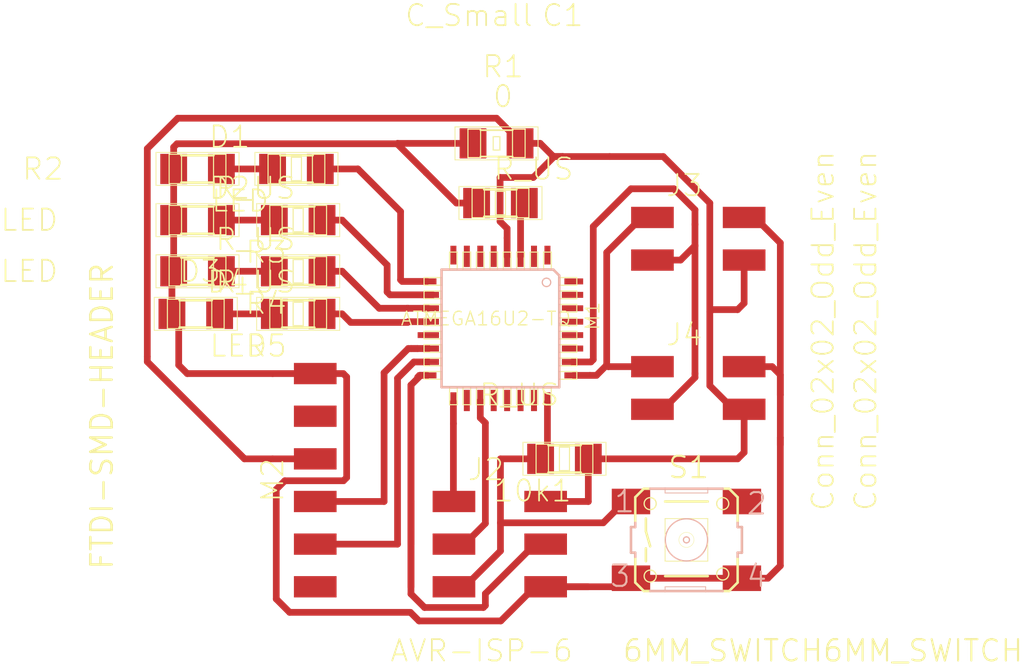
<source format=kicad_pcb>
(kicad_pcb (version 20171130) (host pcbnew 5.0.1)

  (general
    (thickness 1.6)
    (drawings 0)
    (tracks 183)
    (zones 0)
    (modules 17)
    (nets 39)
  )

  (page A4)
  (layers
    (0 F.Cu signal)
    (31 B.Cu signal)
    (32 B.Adhes user)
    (33 F.Adhes user)
    (34 B.Paste user)
    (35 F.Paste user)
    (36 B.SilkS user)
    (37 F.SilkS user)
    (38 B.Mask user)
    (39 F.Mask user)
    (40 Dwgs.User user)
    (41 Cmts.User user)
    (42 Eco1.User user)
    (43 Eco2.User user)
    (44 Edge.Cuts user)
    (45 Margin user)
    (46 B.CrtYd user)
    (47 F.CrtYd user)
    (48 B.Fab user)
    (49 F.Fab user)
  )

  (setup
    (last_trace_width 0.4)
    (trace_clearance 0.4)
    (zone_clearance 0.508)
    (zone_45_only no)
    (trace_min 0.4)
    (segment_width 0.2)
    (edge_width 0.15)
    (via_size 0.8)
    (via_drill 0.4)
    (via_min_size 0.4)
    (via_min_drill 0.3)
    (uvia_size 0.3)
    (uvia_drill 0.1)
    (uvias_allowed no)
    (uvia_min_size 0.2)
    (uvia_min_drill 0.1)
    (pcb_text_width 0.3)
    (pcb_text_size 1.5 1.5)
    (mod_edge_width 0.15)
    (mod_text_size 1 1)
    (mod_text_width 0.15)
    (pad_size 1.524 1.524)
    (pad_drill 0.762)
    (pad_to_mask_clearance 0.051)
    (solder_mask_min_width 0.25)
    (aux_axis_origin 0 0)
    (visible_elements FFFFFF7F)
    (pcbplotparams
      (layerselection 0x010fc_ffffffff)
      (usegerberextensions false)
      (usegerberattributes false)
      (usegerberadvancedattributes false)
      (creategerberjobfile false)
      (excludeedgelayer true)
      (linewidth 0.100000)
      (plotframeref false)
      (viasonmask false)
      (mode 1)
      (useauxorigin false)
      (hpglpennumber 1)
      (hpglpenspeed 20)
      (hpglpendiameter 15.000000)
      (psnegative false)
      (psa4output false)
      (plotreference true)
      (plotvalue true)
      (plotinvisibletext false)
      (padsonsilk false)
      (subtractmaskfromsilk false)
      (outputformat 1)
      (mirror false)
      (drillshape 1)
      (scaleselection 1)
      (outputdirectory ""))
  )

  (net 0 "")
  (net 1 +5V)
  (net 2 /RESET)
  (net 3 Earth)
  (net 4 /MISO)
  (net 5 /SCK)
  (net 6 /MOSI)
  (net 7 /SCL)
  (net 8 /SDA)
  (net 9 "Net-(M1-Pad1)")
  (net 10 "Net-(M1-Pad2)")
  (net 11 "Net-(M1-Pad5)")
  (net 12 "Net-(M1-Pad6)")
  (net 13 "Net-(M1-Pad7)")
  (net 14 "Net-(M1-Pad8)")
  (net 15 "Net-(M1-Pad13)")
  (net 16 "Net-(M1-Pad18)")
  (net 17 "Net-(M1-Pad20)")
  (net 18 "Net-(M1-Pad21)")
  (net 19 "Net-(M1-Pad22)")
  (net 20 "Net-(M1-Pad23)")
  (net 21 "Net-(M1-Pad27)")
  (net 22 "Net-(M1-Pad28)")
  (net 23 "Net-(M1-Pad29)")
  (net 24 "Net-(M1-Pad30)")
  (net 25 "Net-(M1-Pad31)")
  (net 26 "Net-(M1-Pad32)")
  (net 27 "Net-(M2-Pad2)")
  (net 28 /TX)
  (net 29 /RX)
  (net 30 "Net-(M2-Pad6)")
  (net 31 /LED1)
  (net 32 /LED2)
  (net 33 /LED3)
  (net 34 /LED4)
  (net 35 "Net-(D1-Pad2)")
  (net 36 "Net-(D2-Pad2)")
  (net 37 "Net-(D3-Pad2)")
  (net 38 "Net-(D4-Pad2)")

  (net_class Default "This is the default net class."
    (clearance 0.4)
    (trace_width 0.4)
    (via_dia 0.8)
    (via_drill 0.4)
    (uvia_dia 0.3)
    (uvia_drill 0.1)
    (add_net +5V)
    (add_net /LED1)
    (add_net /LED2)
    (add_net /LED3)
    (add_net /LED4)
    (add_net /MISO)
    (add_net /MOSI)
    (add_net /RESET)
    (add_net /RX)
    (add_net /SCK)
    (add_net /SCL)
    (add_net /SDA)
    (add_net /TX)
    (add_net Earth)
    (add_net "Net-(D1-Pad2)")
    (add_net "Net-(D2-Pad2)")
    (add_net "Net-(D3-Pad2)")
    (add_net "Net-(D4-Pad2)")
    (add_net "Net-(M1-Pad1)")
    (add_net "Net-(M1-Pad13)")
    (add_net "Net-(M1-Pad18)")
    (add_net "Net-(M1-Pad2)")
    (add_net "Net-(M1-Pad20)")
    (add_net "Net-(M1-Pad21)")
    (add_net "Net-(M1-Pad22)")
    (add_net "Net-(M1-Pad23)")
    (add_net "Net-(M1-Pad27)")
    (add_net "Net-(M1-Pad28)")
    (add_net "Net-(M1-Pad29)")
    (add_net "Net-(M1-Pad30)")
    (add_net "Net-(M1-Pad31)")
    (add_net "Net-(M1-Pad32)")
    (add_net "Net-(M1-Pad5)")
    (add_net "Net-(M1-Pad6)")
    (add_net "Net-(M1-Pad7)")
    (add_net "Net-(M1-Pad8)")
    (add_net "Net-(M2-Pad2)")
    (add_net "Net-(M2-Pad6)")
  )

  (module fab:fab-R1206 (layer F.Cu) (tedit 200000) (tstamp 5C1177F5)
    (at 213.21014 124.46)
    (descr RESISTOR)
    (tags RESISTOR)
    (path /5C06155A)
    (attr smd)
    (fp_text reference R1 (at 0.14986 -8.128) (layer F.SilkS)
      (effects (font (size 1.27 1.27) (thickness 0.1016)))
    )
    (fp_text value 0 (at 0.14986 -6.35) (layer F.SilkS)
      (effects (font (size 1.27 1.27) (thickness 0.1016)))
    )
    (fp_line (start -1.6891 0.8763) (end -0.9525 0.8763) (layer F.SilkS) (width 0.06604))
    (fp_line (start -0.9525 0.8763) (end -0.9525 -0.8763) (layer F.SilkS) (width 0.06604))
    (fp_line (start -1.6891 -0.8763) (end -0.9525 -0.8763) (layer F.SilkS) (width 0.06604))
    (fp_line (start -1.6891 0.8763) (end -1.6891 -0.8763) (layer F.SilkS) (width 0.06604))
    (fp_line (start 0.9525 0.8763) (end 1.6891 0.8763) (layer F.SilkS) (width 0.06604))
    (fp_line (start 1.6891 0.8763) (end 1.6891 -0.8763) (layer F.SilkS) (width 0.06604))
    (fp_line (start 0.9525 -0.8763) (end 1.6891 -0.8763) (layer F.SilkS) (width 0.06604))
    (fp_line (start 0.9525 0.8763) (end 0.9525 -0.8763) (layer F.SilkS) (width 0.06604))
    (fp_line (start -0.29972 0.6985) (end 0.29972 0.6985) (layer F.SilkS) (width 0.06604))
    (fp_line (start 0.29972 0.6985) (end 0.29972 -0.6985) (layer F.SilkS) (width 0.06604))
    (fp_line (start -0.29972 -0.6985) (end 0.29972 -0.6985) (layer F.SilkS) (width 0.06604))
    (fp_line (start -0.29972 0.6985) (end -0.29972 -0.6985) (layer F.SilkS) (width 0.06604))
    (fp_line (start 0.9525 0.8128) (end -0.9652 0.8128) (layer F.SilkS) (width 0.1524))
    (fp_line (start 0.9525 -0.8128) (end -0.9652 -0.8128) (layer F.SilkS) (width 0.1524))
    (fp_line (start -2.47142 -0.98298) (end 2.47142 -0.98298) (layer F.SilkS) (width 0.0508))
    (fp_line (start 2.47142 -0.98298) (end 2.47142 0.98298) (layer F.SilkS) (width 0.0508))
    (fp_line (start 2.47142 0.98298) (end -2.47142 0.98298) (layer F.SilkS) (width 0.0508))
    (fp_line (start -2.47142 0.98298) (end -2.47142 -0.98298) (layer F.SilkS) (width 0.0508))
    (pad 1 smd rect (at -1.41986 0) (size 1.59766 1.80086) (layers F.Cu F.Paste F.Mask)
      (net 3 Earth))
    (pad 2 smd rect (at 1.41986 0) (size 1.59766 1.80086) (layers F.Cu F.Paste F.Mask)
      (net 3 Earth))
  )

  (module fab:fab-2X02SMD (layer F.Cu) (tedit 200000) (tstamp 5C113C5E)
    (at 224.79789 135.477023)
    (path /5C051493)
    (attr smd)
    (fp_text reference J4 (at -0.635 -3.175) (layer F.SilkS)
      (effects (font (size 1.27 1.27) (thickness 0.1016)))
    )
    (fp_text value Conn_02x02_Odd_Even (at 7.61211 -3.397023 270) (layer F.SilkS)
      (effects (font (size 1.27 1.27) (thickness 0.1016)))
    )
    (pad 4 smd rect (at 2.91846 1.27) (size 2.54 1.27) (layers F.Cu F.Paste F.Mask)
      (net 1 +5V))
    (pad 3 smd rect (at -2.54 1.27) (size 2.54 1.27) (layers F.Cu F.Paste F.Mask)
      (net 8 /SDA))
    (pad 2 smd rect (at 2.91846 -1.27) (size 2.54 1.27) (layers F.Cu F.Paste F.Mask)
      (net 3 Earth))
    (pad 1 smd rect (at -2.54 -1.27) (size 2.54 1.27) (layers F.Cu F.Paste F.Mask)
      (net 7 /SCL))
  )

  (module fab:fab-6MM_SWITCH (layer F.Cu) (tedit 5C04FA43) (tstamp 5C113F72)
    (at 224.282 144.526)
    (descr "OMRON SWITCH")
    (tags "OMRON SWITCH")
    (path /5C04E9F8)
    (attr smd)
    (fp_text reference S1 (at 0.127 -4.318) (layer F.SilkS)
      (effects (font (size 1.27 1.27) (thickness 0.127)))
    )
    (fp_text value 6MM_SWITCH6MM_SWITCH (at 8.128 6.604) (layer F.SilkS)
      (effects (font (size 1.27 1.27) (thickness 0.127)))
    )
    (fp_line (start 3.302 0.762) (end 3.048 0.762) (layer B.SilkS) (width 0.1524))
    (fp_line (start 3.302 0.762) (end 3.302 -0.762) (layer B.SilkS) (width 0.1524))
    (fp_line (start 3.048 -0.762) (end 3.302 -0.762) (layer B.SilkS) (width 0.1524))
    (fp_line (start 3.048 -1.016) (end 3.048 -2.54) (layer F.SilkS) (width 0.1524))
    (fp_line (start -3.302 -0.762) (end -3.048 -0.762) (layer B.SilkS) (width 0.1524))
    (fp_line (start -3.302 -0.762) (end -3.302 0.762) (layer B.SilkS) (width 0.1524))
    (fp_line (start -3.048 0.762) (end -3.302 0.762) (layer B.SilkS) (width 0.1524))
    (fp_line (start 3.048 -2.54) (end 2.54 -3.048) (layer F.SilkS) (width 0.1524))
    (fp_line (start 2.54 3.048) (end 3.048 2.54) (layer F.SilkS) (width 0.1524))
    (fp_line (start 3.048 2.54) (end 3.048 1.016) (layer F.SilkS) (width 0.1524))
    (fp_line (start -2.54 -3.048) (end -3.048 -2.54) (layer F.SilkS) (width 0.1524))
    (fp_line (start -3.048 -2.54) (end -3.048 -1.016) (layer F.SilkS) (width 0.1524))
    (fp_line (start -2.54 3.048) (end -3.048 2.54) (layer F.SilkS) (width 0.1524))
    (fp_line (start -3.048 2.54) (end -3.048 1.016) (layer F.SilkS) (width 0.1524))
    (fp_line (start -1.27 -1.27) (end -1.27 1.27) (layer F.SilkS) (width 0.0508))
    (fp_line (start 1.27 1.27) (end -1.27 1.27) (layer F.SilkS) (width 0.0508))
    (fp_line (start 1.27 1.27) (end 1.27 -1.27) (layer F.SilkS) (width 0.0508))
    (fp_line (start -1.27 -1.27) (end 1.27 -1.27) (layer F.SilkS) (width 0.0508))
    (fp_line (start -1.27 -3.048) (end -1.27 -2.794) (layer B.SilkS) (width 0.0508))
    (fp_line (start 1.27 -2.794) (end -1.27 -2.794) (layer B.SilkS) (width 0.0508))
    (fp_line (start 1.27 -2.794) (end 1.27 -3.048) (layer B.SilkS) (width 0.0508))
    (fp_line (start 1.143 2.794) (end -1.27 2.794) (layer B.SilkS) (width 0.0508))
    (fp_line (start 1.143 2.794) (end 1.143 3.048) (layer B.SilkS) (width 0.0508))
    (fp_line (start -1.27 2.794) (end -1.27 3.048) (layer B.SilkS) (width 0.0508))
    (fp_line (start 2.54 3.048) (end 2.159 3.048) (layer F.SilkS) (width 0.1524))
    (fp_line (start -2.54 3.048) (end -2.159 3.048) (layer F.SilkS) (width 0.1524))
    (fp_line (start -2.159 3.048) (end -1.27 3.048) (layer B.SilkS) (width 0.1524))
    (fp_line (start -2.54 -3.048) (end -2.159 -3.048) (layer F.SilkS) (width 0.1524))
    (fp_line (start 2.54 -3.048) (end 2.159 -3.048) (layer F.SilkS) (width 0.1524))
    (fp_line (start 2.159 -3.048) (end 1.27 -3.048) (layer B.SilkS) (width 0.1524))
    (fp_line (start 1.27 -3.048) (end -1.27 -3.048) (layer B.SilkS) (width 0.1524))
    (fp_line (start -1.27 -3.048) (end -2.159 -3.048) (layer B.SilkS) (width 0.1524))
    (fp_line (start -1.27 3.048) (end 1.143 3.048) (layer B.SilkS) (width 0.1524))
    (fp_line (start 1.143 3.048) (end 2.159 3.048) (layer B.SilkS) (width 0.1524))
    (fp_line (start 3.048 0.762) (end 3.048 1.016) (layer B.SilkS) (width 0.1524))
    (fp_line (start 3.048 -0.762) (end 3.048 -1.016) (layer B.SilkS) (width 0.1524))
    (fp_line (start -3.048 0.762) (end -3.048 1.016) (layer B.SilkS) (width 0.1524))
    (fp_line (start -3.048 -0.762) (end -3.048 -1.016) (layer B.SilkS) (width 0.1524))
    (fp_line (start -1.27 2.159) (end 1.27 2.159) (layer F.SilkS) (width 0.1524))
    (fp_line (start 1.27 -2.286) (end -1.27 -2.286) (layer F.SilkS) (width 0.1524))
    (fp_line (start -2.413 -1.27) (end -2.413 -0.508) (layer F.SilkS) (width 0.1524))
    (fp_line (start -2.413 0.508) (end -2.413 1.27) (layer F.SilkS) (width 0.1524))
    (fp_line (start -2.413 -0.508) (end -2.159 0.381) (layer F.SilkS) (width 0.1524))
    (fp_circle (center 0 0) (end -0.889 0.889) (layer B.SilkS) (width 0.0762))
    (fp_circle (center -2.159 2.159) (end -2.413 2.413) (layer F.SilkS) (width 0.0762))
    (fp_circle (center 2.159 2.032) (end 2.413 2.286) (layer F.SilkS) (width 0.0762))
    (fp_circle (center 2.159 -2.159) (end 2.413 -2.413) (layer F.SilkS) (width 0.0762))
    (fp_circle (center -2.159 -2.159) (end -2.413 -2.413) (layer F.SilkS) (width 0.0762))
    (fp_circle (center 0 0) (end -0.3175 0.3175) (layer F.SilkS) (width 0.0254))
    (fp_circle (center 0 0) (end -0.127 0.127) (layer B.SilkS) (width 0.0762))
    (fp_text user 1 (at -3.683 -2.286) (layer B.SilkS)
      (effects (font (size 1.27 1.27) (thickness 0.127)))
    )
    (fp_text user 2 (at 4.191 -2.159) (layer B.SilkS)
      (effects (font (size 1.27 1.27) (thickness 0.127)))
    )
    (fp_text user 3 (at -3.937 2.159) (layer B.SilkS)
      (effects (font (size 1.27 1.27) (thickness 0.127)))
    )
    (fp_text user 4 (at 4.191 2.159) (layer B.SilkS)
      (effects (font (size 1.27 1.27) (thickness 0.127)))
    )
    (pad 1 smd rect (at -3.302 -2.286) (size 2.286 1.524) (layers F.Cu F.Paste F.Mask)
      (net 2 /RESET))
    (pad 2 smd rect (at 3.302 -2.286) (size 2.286 1.524) (layers F.Cu F.Paste F.Mask)
      (net 2 /RESET))
    (pad 3 smd rect (at -3.302 2.286) (size 2.286 1.524) (layers F.Cu F.Paste F.Mask)
      (net 3 Earth))
    (pad 4 smd rect (at 3.302 2.286) (size 2.286 1.524) (layers F.Cu F.Paste F.Mask)
      (net 3 Earth))
  )

  (module fab:fab-R1206 (layer F.Cu) (tedit 200000) (tstamp 5C113C2C)
    (at 217.02014 139.7 180)
    (descr RESISTOR)
    (tags RESISTOR)
    (path /5C04E8BB)
    (attr smd)
    (fp_text reference 10k1 (at 1.905 -1.905 180) (layer F.SilkS)
      (effects (font (size 1.27 1.27) (thickness 0.1016)))
    )
    (fp_text value R_US (at 2.68986 3.81 180) (layer F.SilkS)
      (effects (font (size 1.27 1.27) (thickness 0.1016)))
    )
    (fp_line (start -1.6891 0.8763) (end -0.9525 0.8763) (layer F.SilkS) (width 0.06604))
    (fp_line (start -0.9525 0.8763) (end -0.9525 -0.8763) (layer F.SilkS) (width 0.06604))
    (fp_line (start -1.6891 -0.8763) (end -0.9525 -0.8763) (layer F.SilkS) (width 0.06604))
    (fp_line (start -1.6891 0.8763) (end -1.6891 -0.8763) (layer F.SilkS) (width 0.06604))
    (fp_line (start 0.9525 0.8763) (end 1.6891 0.8763) (layer F.SilkS) (width 0.06604))
    (fp_line (start 1.6891 0.8763) (end 1.6891 -0.8763) (layer F.SilkS) (width 0.06604))
    (fp_line (start 0.9525 -0.8763) (end 1.6891 -0.8763) (layer F.SilkS) (width 0.06604))
    (fp_line (start 0.9525 0.8763) (end 0.9525 -0.8763) (layer F.SilkS) (width 0.06604))
    (fp_line (start -0.29972 0.6985) (end 0.29972 0.6985) (layer F.SilkS) (width 0.06604))
    (fp_line (start 0.29972 0.6985) (end 0.29972 -0.6985) (layer F.SilkS) (width 0.06604))
    (fp_line (start -0.29972 -0.6985) (end 0.29972 -0.6985) (layer F.SilkS) (width 0.06604))
    (fp_line (start -0.29972 0.6985) (end -0.29972 -0.6985) (layer F.SilkS) (width 0.06604))
    (fp_line (start 0.9525 0.8128) (end -0.9652 0.8128) (layer F.SilkS) (width 0.1524))
    (fp_line (start 0.9525 -0.8128) (end -0.9652 -0.8128) (layer F.SilkS) (width 0.1524))
    (fp_line (start -2.47142 -0.98298) (end 2.47142 -0.98298) (layer F.SilkS) (width 0.0508))
    (fp_line (start 2.47142 -0.98298) (end 2.47142 0.98298) (layer F.SilkS) (width 0.0508))
    (fp_line (start 2.47142 0.98298) (end -2.47142 0.98298) (layer F.SilkS) (width 0.0508))
    (fp_line (start -2.47142 0.98298) (end -2.47142 -0.98298) (layer F.SilkS) (width 0.0508))
    (pad 1 smd rect (at -1.41986 0 180) (size 1.59766 1.80086) (layers F.Cu F.Paste F.Mask)
      (net 1 +5V))
    (pad 2 smd rect (at 1.41986 0 180) (size 1.59766 1.80086) (layers F.Cu F.Paste F.Mask)
      (net 2 /RESET))
  )

  (module fab:fab-C1206 (layer F.Cu) (tedit 5C056D76) (tstamp 5C113C44)
    (at 212.97646 120.904 180)
    (descr CAPACITOR)
    (tags CAPACITOR)
    (path /5C04F622)
    (attr smd)
    (fp_text reference C1 (at -3.93954 7.62 180) (layer F.SilkS)
      (effects (font (size 1.27 1.27) (thickness 0.1016)))
    )
    (fp_text value C_Small (at 1.64846 7.62 180) (layer F.SilkS)
      (effects (font (size 1.27 1.27) (thickness 0.1016)))
    )
    (fp_line (start -0.96266 0.78486) (end 0.96266 0.78486) (layer F.SilkS) (width 0.1016))
    (fp_line (start -0.96266 -0.78486) (end 0.96266 -0.78486) (layer F.SilkS) (width 0.1016))
    (fp_line (start 2.47142 -0.98298) (end 2.47142 0.98298) (layer F.SilkS) (width 0.0508))
    (fp_line (start -2.47142 0.98298) (end -2.47142 -0.98298) (layer F.SilkS) (width 0.0508))
    (fp_line (start 2.47142 0.98298) (end -2.47142 0.98298) (layer F.SilkS) (width 0.0508))
    (fp_line (start -2.47142 -0.98298) (end 2.47142 -0.98298) (layer F.SilkS) (width 0.0508))
    (fp_line (start -0.19812 0.39878) (end -0.19812 -0.39878) (layer F.SilkS) (width 0.06604))
    (fp_line (start -0.19812 -0.39878) (end 0.19812 -0.39878) (layer F.SilkS) (width 0.06604))
    (fp_line (start 0.19812 0.39878) (end 0.19812 -0.39878) (layer F.SilkS) (width 0.06604))
    (fp_line (start -0.19812 0.39878) (end 0.19812 0.39878) (layer F.SilkS) (width 0.06604))
    (fp_line (start 0.94996 0.84836) (end 0.94996 -0.8509) (layer F.SilkS) (width 0.06604))
    (fp_line (start 0.94996 -0.8509) (end 1.7018 -0.8509) (layer F.SilkS) (width 0.06604))
    (fp_line (start 1.7018 0.84836) (end 1.7018 -0.8509) (layer F.SilkS) (width 0.06604))
    (fp_line (start 0.94996 0.84836) (end 1.7018 0.84836) (layer F.SilkS) (width 0.06604))
    (fp_line (start -1.7018 0.8509) (end -1.7018 -0.84836) (layer F.SilkS) (width 0.06604))
    (fp_line (start -1.7018 -0.84836) (end -0.94996 -0.84836) (layer F.SilkS) (width 0.06604))
    (fp_line (start -0.94996 0.8509) (end -0.94996 -0.84836) (layer F.SilkS) (width 0.06604))
    (fp_line (start -1.7018 0.8509) (end -0.94996 0.8509) (layer F.SilkS) (width 0.06604))
    (pad 2 smd rect (at 1.39954 0 180) (size 1.59766 1.79832) (layers F.Cu F.Paste F.Mask)
      (net 3 Earth))
    (pad 1 smd rect (at -1.39954 0 180) (size 1.59766 1.79832) (layers F.Cu F.Paste F.Mask)
      (net 1 +5V))
  )

  (module fab:fab-2X03SMD (layer F.Cu) (tedit 200000) (tstamp 5C113C4E)
    (at 212.98154 144.78)
    (path /5C05767B)
    (attr smd)
    (fp_text reference J2 (at -0.635 -4.445) (layer F.SilkS)
      (effects (font (size 1.27 1.27) (thickness 0.1016)))
    )
    (fp_text value AVR-ISP-6 (at -0.89154 6.35) (layer F.SilkS)
      (effects (font (size 1.27 1.27) (thickness 0.1016)))
    )
    (pad 1 smd rect (at -2.54 -2.54) (size 2.54 1.27) (layers F.Cu F.Paste F.Mask)
      (net 4 /MISO))
    (pad 2 smd rect (at 2.91846 -2.54) (size 2.54 1.27) (layers F.Cu F.Paste F.Mask)
      (net 1 +5V))
    (pad 3 smd rect (at -2.54 0) (size 2.54 1.27) (layers F.Cu F.Paste F.Mask)
      (net 5 /SCK))
    (pad 4 smd rect (at 2.91846 0) (size 2.54 1.27) (layers F.Cu F.Paste F.Mask)
      (net 6 /MOSI))
    (pad 5 smd rect (at -2.54 2.54) (size 2.54 1.27) (layers F.Cu F.Paste F.Mask)
      (net 2 /RESET))
    (pad 6 smd rect (at 2.91846 2.54) (size 2.54 1.27) (layers F.Cu F.Paste F.Mask)
      (net 3 Earth))
  )

  (module fab:fab-2X02SMD (layer F.Cu) (tedit 200000) (tstamp 5C113C56)
    (at 224.79789 126.587023)
    (path /5C050208)
    (attr smd)
    (fp_text reference J3 (at -0.635 -3.175) (layer F.SilkS)
      (effects (font (size 1.27 1.27) (thickness 0.1016)))
    )
    (fp_text value Conn_02x02_Odd_Even (at 10.15211 5.492977 270) (layer F.SilkS)
      (effects (font (size 1.27 1.27) (thickness 0.1016)))
    )
    (pad 4 smd rect (at 2.91846 1.27) (size 2.54 1.27) (layers F.Cu F.Paste F.Mask)
      (net 1 +5V))
    (pad 3 smd rect (at -2.54 1.27) (size 2.54 1.27) (layers F.Cu F.Paste F.Mask)
      (net 8 /SDA))
    (pad 2 smd rect (at 2.91846 -1.27) (size 2.54 1.27) (layers F.Cu F.Paste F.Mask)
      (net 3 Earth))
    (pad 1 smd rect (at -2.54 -1.27) (size 2.54 1.27) (layers F.Cu F.Paste F.Mask)
      (net 7 /SCL))
  )

  (module fab:fab-TQFP32-08THIN (layer F.Cu) (tedit 200000) (tstamp 5C113D08)
    (at 213.2076 131.9276 270)
    (path /5C04E3A6)
    (attr smd)
    (fp_text reference M1 (at -0.7366 -5.4864 270) (layer F.SilkS)
      (effects (font (size 0.8128 0.8128) (thickness 0.0762)))
    )
    (fp_text value ATMEGA16U2-TQ (at -0.5842 0.8636) (layer F.SilkS)
      (effects (font (size 0.8128 0.8128) (thickness 0.0762)))
    )
    (fp_line (start -4.5466 -2.57048) (end -3.556 -2.57048) (layer F.SilkS) (width 0.06604))
    (fp_line (start -3.556 -2.57048) (end -3.556 -3.02768) (layer F.SilkS) (width 0.06604))
    (fp_line (start -4.5466 -3.02768) (end -3.556 -3.02768) (layer F.SilkS) (width 0.06604))
    (fp_line (start -4.5466 -2.57048) (end -4.5466 -3.02768) (layer F.SilkS) (width 0.06604))
    (fp_line (start -4.5466 -1.77038) (end -3.556 -1.77038) (layer F.SilkS) (width 0.06604))
    (fp_line (start -3.556 -1.77038) (end -3.556 -2.22758) (layer F.SilkS) (width 0.06604))
    (fp_line (start -4.5466 -2.22758) (end -3.556 -2.22758) (layer F.SilkS) (width 0.06604))
    (fp_line (start -4.5466 -1.77038) (end -4.5466 -2.22758) (layer F.SilkS) (width 0.06604))
    (fp_line (start -4.5466 -0.97028) (end -3.556 -0.97028) (layer F.SilkS) (width 0.06604))
    (fp_line (start -3.556 -0.97028) (end -3.556 -1.42748) (layer F.SilkS) (width 0.06604))
    (fp_line (start -4.5466 -1.42748) (end -3.556 -1.42748) (layer F.SilkS) (width 0.06604))
    (fp_line (start -4.5466 -0.97028) (end -4.5466 -1.42748) (layer F.SilkS) (width 0.06604))
    (fp_line (start -4.5466 -0.17018) (end -3.556 -0.17018) (layer F.SilkS) (width 0.06604))
    (fp_line (start -3.556 -0.17018) (end -3.556 -0.62738) (layer F.SilkS) (width 0.06604))
    (fp_line (start -4.5466 -0.62738) (end -3.556 -0.62738) (layer F.SilkS) (width 0.06604))
    (fp_line (start -4.5466 -0.17018) (end -4.5466 -0.62738) (layer F.SilkS) (width 0.06604))
    (fp_line (start -4.5466 0.62738) (end -3.556 0.62738) (layer F.SilkS) (width 0.06604))
    (fp_line (start -3.556 0.62738) (end -3.556 0.17018) (layer F.SilkS) (width 0.06604))
    (fp_line (start -4.5466 0.17018) (end -3.556 0.17018) (layer F.SilkS) (width 0.06604))
    (fp_line (start -4.5466 0.62738) (end -4.5466 0.17018) (layer F.SilkS) (width 0.06604))
    (fp_line (start -4.5466 1.42748) (end -3.556 1.42748) (layer F.SilkS) (width 0.06604))
    (fp_line (start -3.556 1.42748) (end -3.556 0.97028) (layer F.SilkS) (width 0.06604))
    (fp_line (start -4.5466 0.97028) (end -3.556 0.97028) (layer F.SilkS) (width 0.06604))
    (fp_line (start -4.5466 1.42748) (end -4.5466 0.97028) (layer F.SilkS) (width 0.06604))
    (fp_line (start -4.5466 2.22758) (end -3.556 2.22758) (layer F.SilkS) (width 0.06604))
    (fp_line (start -3.556 2.22758) (end -3.556 1.77038) (layer F.SilkS) (width 0.06604))
    (fp_line (start -4.5466 1.77038) (end -3.556 1.77038) (layer F.SilkS) (width 0.06604))
    (fp_line (start -4.5466 2.22758) (end -4.5466 1.77038) (layer F.SilkS) (width 0.06604))
    (fp_line (start -4.5466 3.02768) (end -3.556 3.02768) (layer F.SilkS) (width 0.06604))
    (fp_line (start -3.556 3.02768) (end -3.556 2.57048) (layer F.SilkS) (width 0.06604))
    (fp_line (start -4.5466 2.57048) (end -3.556 2.57048) (layer F.SilkS) (width 0.06604))
    (fp_line (start -4.5466 3.02768) (end -4.5466 2.57048) (layer F.SilkS) (width 0.06604))
    (fp_line (start -3.02768 4.5466) (end -2.57048 4.5466) (layer F.SilkS) (width 0.06604))
    (fp_line (start -2.57048 4.5466) (end -2.57048 3.556) (layer F.SilkS) (width 0.06604))
    (fp_line (start -3.02768 3.556) (end -2.57048 3.556) (layer F.SilkS) (width 0.06604))
    (fp_line (start -3.02768 4.5466) (end -3.02768 3.556) (layer F.SilkS) (width 0.06604))
    (fp_line (start -2.22758 4.5466) (end -1.77038 4.5466) (layer F.SilkS) (width 0.06604))
    (fp_line (start -1.77038 4.5466) (end -1.77038 3.556) (layer F.SilkS) (width 0.06604))
    (fp_line (start -2.22758 3.556) (end -1.77038 3.556) (layer F.SilkS) (width 0.06604))
    (fp_line (start -2.22758 4.5466) (end -2.22758 3.556) (layer F.SilkS) (width 0.06604))
    (fp_line (start -1.42748 4.5466) (end -0.97028 4.5466) (layer F.SilkS) (width 0.06604))
    (fp_line (start -0.97028 4.5466) (end -0.97028 3.556) (layer F.SilkS) (width 0.06604))
    (fp_line (start -1.42748 3.556) (end -0.97028 3.556) (layer F.SilkS) (width 0.06604))
    (fp_line (start -1.42748 4.5466) (end -1.42748 3.556) (layer F.SilkS) (width 0.06604))
    (fp_line (start -0.62738 4.5466) (end -0.17018 4.5466) (layer F.SilkS) (width 0.06604))
    (fp_line (start -0.17018 4.5466) (end -0.17018 3.556) (layer F.SilkS) (width 0.06604))
    (fp_line (start -0.62738 3.556) (end -0.17018 3.556) (layer F.SilkS) (width 0.06604))
    (fp_line (start -0.62738 4.5466) (end -0.62738 3.556) (layer F.SilkS) (width 0.06604))
    (fp_line (start 0.17018 4.5466) (end 0.62738 4.5466) (layer F.SilkS) (width 0.06604))
    (fp_line (start 0.62738 4.5466) (end 0.62738 3.556) (layer F.SilkS) (width 0.06604))
    (fp_line (start 0.17018 3.556) (end 0.62738 3.556) (layer F.SilkS) (width 0.06604))
    (fp_line (start 0.17018 4.5466) (end 0.17018 3.556) (layer F.SilkS) (width 0.06604))
    (fp_line (start 0.97028 4.5466) (end 1.42748 4.5466) (layer F.SilkS) (width 0.06604))
    (fp_line (start 1.42748 4.5466) (end 1.42748 3.556) (layer F.SilkS) (width 0.06604))
    (fp_line (start 0.97028 3.556) (end 1.42748 3.556) (layer F.SilkS) (width 0.06604))
    (fp_line (start 0.97028 4.5466) (end 0.97028 3.556) (layer F.SilkS) (width 0.06604))
    (fp_line (start 1.77038 4.5466) (end 2.22758 4.5466) (layer F.SilkS) (width 0.06604))
    (fp_line (start 2.22758 4.5466) (end 2.22758 3.556) (layer F.SilkS) (width 0.06604))
    (fp_line (start 1.77038 3.556) (end 2.22758 3.556) (layer F.SilkS) (width 0.06604))
    (fp_line (start 1.77038 4.5466) (end 1.77038 3.556) (layer F.SilkS) (width 0.06604))
    (fp_line (start 2.57048 4.5466) (end 3.02768 4.5466) (layer F.SilkS) (width 0.06604))
    (fp_line (start 3.02768 4.5466) (end 3.02768 3.556) (layer F.SilkS) (width 0.06604))
    (fp_line (start 2.57048 3.556) (end 3.02768 3.556) (layer F.SilkS) (width 0.06604))
    (fp_line (start 2.57048 4.5466) (end 2.57048 3.556) (layer F.SilkS) (width 0.06604))
    (fp_line (start 3.556 3.02768) (end 4.5466 3.02768) (layer F.SilkS) (width 0.06604))
    (fp_line (start 4.5466 3.02768) (end 4.5466 2.57048) (layer F.SilkS) (width 0.06604))
    (fp_line (start 3.556 2.57048) (end 4.5466 2.57048) (layer F.SilkS) (width 0.06604))
    (fp_line (start 3.556 3.02768) (end 3.556 2.57048) (layer F.SilkS) (width 0.06604))
    (fp_line (start 3.556 2.22758) (end 4.5466 2.22758) (layer F.SilkS) (width 0.06604))
    (fp_line (start 4.5466 2.22758) (end 4.5466 1.77038) (layer F.SilkS) (width 0.06604))
    (fp_line (start 3.556 1.77038) (end 4.5466 1.77038) (layer F.SilkS) (width 0.06604))
    (fp_line (start 3.556 2.22758) (end 3.556 1.77038) (layer F.SilkS) (width 0.06604))
    (fp_line (start 3.556 1.42748) (end 4.5466 1.42748) (layer F.SilkS) (width 0.06604))
    (fp_line (start 4.5466 1.42748) (end 4.5466 0.97028) (layer F.SilkS) (width 0.06604))
    (fp_line (start 3.556 0.97028) (end 4.5466 0.97028) (layer F.SilkS) (width 0.06604))
    (fp_line (start 3.556 1.42748) (end 3.556 0.97028) (layer F.SilkS) (width 0.06604))
    (fp_line (start 3.556 0.62738) (end 4.5466 0.62738) (layer F.SilkS) (width 0.06604))
    (fp_line (start 4.5466 0.62738) (end 4.5466 0.17018) (layer F.SilkS) (width 0.06604))
    (fp_line (start 3.556 0.17018) (end 4.5466 0.17018) (layer F.SilkS) (width 0.06604))
    (fp_line (start 3.556 0.62738) (end 3.556 0.17018) (layer F.SilkS) (width 0.06604))
    (fp_line (start 3.556 -0.17018) (end 4.5466 -0.17018) (layer F.SilkS) (width 0.06604))
    (fp_line (start 4.5466 -0.17018) (end 4.5466 -0.62738) (layer F.SilkS) (width 0.06604))
    (fp_line (start 3.556 -0.62738) (end 4.5466 -0.62738) (layer F.SilkS) (width 0.06604))
    (fp_line (start 3.556 -0.17018) (end 3.556 -0.62738) (layer F.SilkS) (width 0.06604))
    (fp_line (start 3.556 -0.97028) (end 4.5466 -0.97028) (layer F.SilkS) (width 0.06604))
    (fp_line (start 4.5466 -0.97028) (end 4.5466 -1.42748) (layer F.SilkS) (width 0.06604))
    (fp_line (start 3.556 -1.42748) (end 4.5466 -1.42748) (layer F.SilkS) (width 0.06604))
    (fp_line (start 3.556 -0.97028) (end 3.556 -1.42748) (layer F.SilkS) (width 0.06604))
    (fp_line (start 3.556 -1.77038) (end 4.5466 -1.77038) (layer F.SilkS) (width 0.06604))
    (fp_line (start 4.5466 -1.77038) (end 4.5466 -2.22758) (layer F.SilkS) (width 0.06604))
    (fp_line (start 3.556 -2.22758) (end 4.5466 -2.22758) (layer F.SilkS) (width 0.06604))
    (fp_line (start 3.556 -1.77038) (end 3.556 -2.22758) (layer F.SilkS) (width 0.06604))
    (fp_line (start 3.556 -2.57048) (end 4.5466 -2.57048) (layer F.SilkS) (width 0.06604))
    (fp_line (start 4.5466 -2.57048) (end 4.5466 -3.02768) (layer F.SilkS) (width 0.06604))
    (fp_line (start 3.556 -3.02768) (end 4.5466 -3.02768) (layer F.SilkS) (width 0.06604))
    (fp_line (start 3.556 -2.57048) (end 3.556 -3.02768) (layer F.SilkS) (width 0.06604))
    (fp_line (start 2.57048 -3.556) (end 3.02768 -3.556) (layer F.SilkS) (width 0.06604))
    (fp_line (start 3.02768 -3.556) (end 3.02768 -4.5466) (layer F.SilkS) (width 0.06604))
    (fp_line (start 2.57048 -4.5466) (end 3.02768 -4.5466) (layer F.SilkS) (width 0.06604))
    (fp_line (start 2.57048 -3.556) (end 2.57048 -4.5466) (layer F.SilkS) (width 0.06604))
    (fp_line (start 1.77038 -3.556) (end 2.22758 -3.556) (layer F.SilkS) (width 0.06604))
    (fp_line (start 2.22758 -3.556) (end 2.22758 -4.5466) (layer F.SilkS) (width 0.06604))
    (fp_line (start 1.77038 -4.5466) (end 2.22758 -4.5466) (layer F.SilkS) (width 0.06604))
    (fp_line (start 1.77038 -3.556) (end 1.77038 -4.5466) (layer F.SilkS) (width 0.06604))
    (fp_line (start 0.97028 -3.556) (end 1.42748 -3.556) (layer F.SilkS) (width 0.06604))
    (fp_line (start 1.42748 -3.556) (end 1.42748 -4.5466) (layer F.SilkS) (width 0.06604))
    (fp_line (start 0.97028 -4.5466) (end 1.42748 -4.5466) (layer F.SilkS) (width 0.06604))
    (fp_line (start 0.97028 -3.556) (end 0.97028 -4.5466) (layer F.SilkS) (width 0.06604))
    (fp_line (start 0.17018 -3.556) (end 0.62738 -3.556) (layer F.SilkS) (width 0.06604))
    (fp_line (start 0.62738 -3.556) (end 0.62738 -4.5466) (layer F.SilkS) (width 0.06604))
    (fp_line (start 0.17018 -4.5466) (end 0.62738 -4.5466) (layer F.SilkS) (width 0.06604))
    (fp_line (start 0.17018 -3.556) (end 0.17018 -4.5466) (layer F.SilkS) (width 0.06604))
    (fp_line (start -0.62738 -3.556) (end -0.17018 -3.556) (layer F.SilkS) (width 0.06604))
    (fp_line (start -0.17018 -3.556) (end -0.17018 -4.5466) (layer F.SilkS) (width 0.06604))
    (fp_line (start -0.62738 -4.5466) (end -0.17018 -4.5466) (layer F.SilkS) (width 0.06604))
    (fp_line (start -0.62738 -3.556) (end -0.62738 -4.5466) (layer F.SilkS) (width 0.06604))
    (fp_line (start -1.42748 -3.556) (end -0.97028 -3.556) (layer F.SilkS) (width 0.06604))
    (fp_line (start -0.97028 -3.556) (end -0.97028 -4.5466) (layer F.SilkS) (width 0.06604))
    (fp_line (start -1.42748 -4.5466) (end -0.97028 -4.5466) (layer F.SilkS) (width 0.06604))
    (fp_line (start -1.42748 -3.556) (end -1.42748 -4.5466) (layer F.SilkS) (width 0.06604))
    (fp_line (start -2.22758 -3.556) (end -1.77038 -3.556) (layer F.SilkS) (width 0.06604))
    (fp_line (start -1.77038 -3.556) (end -1.77038 -4.5466) (layer F.SilkS) (width 0.06604))
    (fp_line (start -2.22758 -4.5466) (end -1.77038 -4.5466) (layer F.SilkS) (width 0.06604))
    (fp_line (start -2.22758 -3.556) (end -2.22758 -4.5466) (layer F.SilkS) (width 0.06604))
    (fp_line (start -3.02768 -3.556) (end -2.57048 -3.556) (layer F.SilkS) (width 0.06604))
    (fp_line (start -2.57048 -3.556) (end -2.57048 -4.5466) (layer F.SilkS) (width 0.06604))
    (fp_line (start -3.02768 -4.5466) (end -2.57048 -4.5466) (layer F.SilkS) (width 0.06604))
    (fp_line (start -3.02768 -3.556) (end -3.02768 -4.5466) (layer F.SilkS) (width 0.06604))
    (fp_line (start 3.50266 -3.50266) (end 3.50266 3.50266) (layer B.SilkS) (width 0.1524))
    (fp_line (start 3.50266 3.50266) (end -3.50266 3.50266) (layer B.SilkS) (width 0.1524))
    (fp_line (start -3.50266 3.50266) (end -3.50266 -3.1496) (layer B.SilkS) (width 0.1524))
    (fp_line (start -3.1496 -3.50266) (end 3.50266 -3.50266) (layer B.SilkS) (width 0.1524))
    (fp_line (start -3.1496 -3.50266) (end -3.50266 -3.1496) (layer B.SilkS) (width 0.1524))
    (fp_circle (center -2.7432 -2.7432) (end -2.921 -2.921) (layer B.SilkS) (width 0.0762))
    (pad 1 smd rect (at -4.36626 -2.79908 270) (size 1.1176 0.3556) (layers F.Cu F.Paste F.Mask)
      (net 9 "Net-(M1-Pad1)"))
    (pad 2 smd rect (at -4.2926 -1.99898 270) (size 1.27 0.3556) (layers F.Cu F.Paste F.Mask)
      (net 10 "Net-(M1-Pad2)"))
    (pad 3 smd rect (at -4.2926 -1.19888 270) (size 1.27 0.3556) (layers F.Cu F.Paste F.Mask)
      (net 3 Earth))
    (pad 4 smd rect (at -4.2926 -0.39878 270) (size 1.27 0.3556) (layers F.Cu F.Paste F.Mask)
      (net 1 +5V))
    (pad 5 smd rect (at -4.2926 0.39878 270) (size 1.27 0.3556) (layers F.Cu F.Paste F.Mask)
      (net 11 "Net-(M1-Pad5)"))
    (pad 6 smd rect (at -4.2926 1.19888 270) (size 1.27 0.3556) (layers F.Cu F.Paste F.Mask)
      (net 12 "Net-(M1-Pad6)"))
    (pad 7 smd rect (at -4.2926 1.99898 270) (size 1.27 0.3556) (layers F.Cu F.Paste F.Mask)
      (net 13 "Net-(M1-Pad7)"))
    (pad 8 smd rect (at -4.36626 2.79908 270) (size 1.1176 0.3556) (layers F.Cu F.Paste F.Mask)
      (net 14 "Net-(M1-Pad8)"))
    (pad 9 smd rect (at -2.79908 4.36626 270) (size 0.3556 1.1176) (layers F.Cu F.Paste F.Mask)
      (net 31 /LED1))
    (pad 10 smd rect (at -1.99898 4.2926 270) (size 0.3556 1.27) (layers F.Cu F.Paste F.Mask)
      (net 32 /LED2))
    (pad 11 smd rect (at -1.19888 4.2926 270) (size 0.34798 1.27) (layers F.Cu F.Paste F.Mask)
      (net 33 /LED3))
    (pad 12 smd rect (at -0.39878 4.2926 270) (size 0.34798 1.27) (layers F.Cu F.Paste F.Mask)
      (net 34 /LED4))
    (pad 13 smd rect (at 0.39878 4.2926 270) (size 0.34798 1.27) (layers F.Cu F.Paste F.Mask)
      (net 15 "Net-(M1-Pad13)"))
    (pad 14 smd rect (at 1.19888 4.2926 270) (size 0.3556 1.27) (layers F.Cu F.Paste F.Mask)
      (net 28 /TX))
    (pad 15 smd rect (at 1.99898 4.2926 270) (size 0.3556 1.27) (layers F.Cu F.Paste F.Mask)
      (net 29 /RX))
    (pad 16 smd rect (at 2.79908 4.36626 270) (size 0.3556 1.1176) (layers F.Cu F.Paste F.Mask)
      (net 6 /MOSI))
    (pad 17 smd rect (at 4.36626 2.79908 270) (size 1.1176 0.3556) (layers F.Cu F.Paste F.Mask)
      (net 4 /MISO))
    (pad 18 smd rect (at 4.2926 1.99898 270) (size 1.27 0.3556) (layers F.Cu F.Paste F.Mask)
      (net 16 "Net-(M1-Pad18)"))
    (pad 19 smd rect (at 4.2926 1.19888 270) (size 1.27 0.3556) (layers F.Cu F.Paste F.Mask)
      (net 5 /SCK))
    (pad 20 smd rect (at 4.2926 0.39878 270) (size 1.27 0.3556) (layers F.Cu F.Paste F.Mask)
      (net 17 "Net-(M1-Pad20)"))
    (pad 21 smd rect (at 4.2926 -0.39878 270) (size 1.27 0.3556) (layers F.Cu F.Paste F.Mask)
      (net 18 "Net-(M1-Pad21)"))
    (pad 22 smd rect (at 4.2926 -1.19888 270) (size 1.27 0.3556) (layers F.Cu F.Paste F.Mask)
      (net 19 "Net-(M1-Pad22)"))
    (pad 23 smd rect (at 4.2926 -1.99898 270) (size 1.27 0.3556) (layers F.Cu F.Paste F.Mask)
      (net 20 "Net-(M1-Pad23)"))
    (pad 24 smd rect (at 4.36626 -2.79908 270) (size 1.1176 0.3556) (layers F.Cu F.Paste F.Mask)
      (net 2 /RESET))
    (pad 25 smd rect (at 2.79908 -4.36626 270) (size 0.3556 1.1176) (layers F.Cu F.Paste F.Mask)
      (net 7 /SCL))
    (pad 26 smd rect (at 1.99898 -4.2926 270) (size 0.3556 1.27) (layers F.Cu F.Paste F.Mask)
      (net 8 /SDA))
    (pad 27 smd rect (at 1.19888 -4.2926 270) (size 0.3556 1.27) (layers F.Cu F.Paste F.Mask)
      (net 21 "Net-(M1-Pad27)"))
    (pad 28 smd rect (at 0.39878 -4.2926 270) (size 0.34798 1.27) (layers F.Cu F.Paste F.Mask)
      (net 22 "Net-(M1-Pad28)"))
    (pad 29 smd rect (at -0.39878 -4.2926 270) (size 0.34798 1.27) (layers F.Cu F.Paste F.Mask)
      (net 23 "Net-(M1-Pad29)"))
    (pad 30 smd rect (at -1.19888 -4.2926 270) (size 0.34798 1.27) (layers F.Cu F.Paste F.Mask)
      (net 24 "Net-(M1-Pad30)"))
    (pad 31 smd rect (at -1.99898 -4.2926 270) (size 0.3556 1.27) (layers F.Cu F.Paste F.Mask)
      (net 25 "Net-(M1-Pad31)"))
    (pad 32 smd rect (at -2.79908 -4.36626 270) (size 0.3556 1.1176) (layers F.Cu F.Paste F.Mask)
      (net 26 "Net-(M1-Pad32)"))
  )

  (module fab:fab-1X06SMD (layer F.Cu) (tedit 5C04F407) (tstamp 5C113F34)
    (at 202.184 140.97)
    (path /5C055AB0)
    (attr smd)
    (fp_text reference M2 (at -2.54 0 90) (layer F.SilkS)
      (effects (font (size 1.27 1.27) (thickness 0.1016)))
    )
    (fp_text value FTDI-SMD-HEADER (at -12.7 -3.81 -90) (layer F.SilkS)
      (effects (font (size 1.27 1.27) (thickness 0.15)))
    )
    (pad 1 smd rect (at 0 -6.35) (size 2.54 1.27) (layers F.Cu F.Paste F.Mask)
      (net 3 Earth))
    (pad 2 smd rect (at 0 -3.81) (size 2.54 1.27) (layers F.Cu F.Paste F.Mask)
      (net 27 "Net-(M2-Pad2)"))
    (pad 3 smd rect (at 0 -1.27) (size 2.54 1.27) (layers F.Cu F.Paste F.Mask)
      (net 1 +5V))
    (pad 4 smd rect (at 0 1.27) (size 2.54 1.27) (layers F.Cu F.Paste F.Mask)
      (net 28 /TX))
    (pad 5 smd rect (at 0 3.81) (size 2.54 1.27) (layers F.Cu F.Paste F.Mask)
      (net 29 /RX))
    (pad 6 smd rect (at 0 6.35) (size 2.54 1.27) (layers F.Cu F.Paste F.Mask)
      (net 30 "Net-(M2-Pad6)"))
  )

  (module fab:fab-LED1206 (layer F.Cu) (tedit 200000) (tstamp 5C118A07)
    (at 195.17614 125.476)
    (descr "LED 1206 PADS (STANDARD PATTERN)")
    (tags "LED 1206 PADS (STANDARD PATTERN)")
    (path /5C06644D)
    (attr smd)
    (fp_text reference D2 (at 1.905 -1.905) (layer F.SilkS)
      (effects (font (size 1.27 1.27) (thickness 0.1016)))
    )
    (fp_text value LED (at -10.01014 0) (layer F.SilkS)
      (effects (font (size 1.27 1.27) (thickness 0.1016)))
    )
    (fp_line (start -2.47142 0.98298) (end -2.47142 -0.98298) (layer F.SilkS) (width 0.0508))
    (fp_line (start 2.47142 0.98298) (end -2.47142 0.98298) (layer F.SilkS) (width 0.0508))
    (fp_line (start 2.47142 -0.98298) (end 2.47142 0.98298) (layer F.SilkS) (width 0.0508))
    (fp_line (start -2.47142 -0.98298) (end 2.47142 -0.98298) (layer F.SilkS) (width 0.0508))
    (fp_line (start 0.9525 -0.8128) (end -0.9652 -0.8128) (layer F.SilkS) (width 0.1524))
    (fp_line (start 0.9525 0.8128) (end -0.9652 0.8128) (layer F.SilkS) (width 0.1524))
    (fp_line (start 0.9525 0.8763) (end 0.9525 -0.8763) (layer F.SilkS) (width 0.06604))
    (fp_line (start 0.9525 -0.8763) (end 1.6891 -0.8763) (layer F.SilkS) (width 0.06604))
    (fp_line (start 1.6891 0.8763) (end 1.6891 -0.8763) (layer F.SilkS) (width 0.06604))
    (fp_line (start 0.9525 0.8763) (end 1.6891 0.8763) (layer F.SilkS) (width 0.06604))
    (fp_line (start -1.6891 0.8763) (end -1.6891 -0.8763) (layer F.SilkS) (width 0.06604))
    (fp_line (start -1.6891 -0.8763) (end -0.9525 -0.8763) (layer F.SilkS) (width 0.06604))
    (fp_line (start -0.9525 0.8763) (end -0.9525 -0.8763) (layer F.SilkS) (width 0.06604))
    (fp_line (start -1.6891 0.8763) (end -0.9525 0.8763) (layer F.SilkS) (width 0.06604))
    (pad 2 smd rect (at 1.41986 0) (size 1.59766 1.80086) (layers F.Cu F.Paste F.Mask)
      (net 36 "Net-(D2-Pad2)"))
    (pad 1 smd rect (at -1.41986 0) (size 1.59766 1.80086) (layers F.Cu F.Paste F.Mask)
      (net 3 Earth))
  )

  (module fab:fab-LED1206 (layer F.Cu) (tedit 200000) (tstamp 5C118A1B)
    (at 195.17614 128.524)
    (descr "LED 1206 PADS (STANDARD PATTERN)")
    (tags "LED 1206 PADS (STANDARD PATTERN)")
    (path /5C066AC6)
    (attr smd)
    (fp_text reference D3 (at 0.14986 0) (layer F.SilkS)
      (effects (font (size 1.27 1.27) (thickness 0.1016)))
    )
    (fp_text value LED (at -10.01014 0) (layer F.SilkS)
      (effects (font (size 1.27 1.27) (thickness 0.1016)))
    )
    (fp_line (start -1.6891 0.8763) (end -0.9525 0.8763) (layer F.SilkS) (width 0.06604))
    (fp_line (start -0.9525 0.8763) (end -0.9525 -0.8763) (layer F.SilkS) (width 0.06604))
    (fp_line (start -1.6891 -0.8763) (end -0.9525 -0.8763) (layer F.SilkS) (width 0.06604))
    (fp_line (start -1.6891 0.8763) (end -1.6891 -0.8763) (layer F.SilkS) (width 0.06604))
    (fp_line (start 0.9525 0.8763) (end 1.6891 0.8763) (layer F.SilkS) (width 0.06604))
    (fp_line (start 1.6891 0.8763) (end 1.6891 -0.8763) (layer F.SilkS) (width 0.06604))
    (fp_line (start 0.9525 -0.8763) (end 1.6891 -0.8763) (layer F.SilkS) (width 0.06604))
    (fp_line (start 0.9525 0.8763) (end 0.9525 -0.8763) (layer F.SilkS) (width 0.06604))
    (fp_line (start 0.9525 0.8128) (end -0.9652 0.8128) (layer F.SilkS) (width 0.1524))
    (fp_line (start 0.9525 -0.8128) (end -0.9652 -0.8128) (layer F.SilkS) (width 0.1524))
    (fp_line (start -2.47142 -0.98298) (end 2.47142 -0.98298) (layer F.SilkS) (width 0.0508))
    (fp_line (start 2.47142 -0.98298) (end 2.47142 0.98298) (layer F.SilkS) (width 0.0508))
    (fp_line (start 2.47142 0.98298) (end -2.47142 0.98298) (layer F.SilkS) (width 0.0508))
    (fp_line (start -2.47142 0.98298) (end -2.47142 -0.98298) (layer F.SilkS) (width 0.0508))
    (pad 1 smd rect (at -1.41986 0) (size 1.59766 1.80086) (layers F.Cu F.Paste F.Mask)
      (net 3 Earth))
    (pad 2 smd rect (at 1.41986 0) (size 1.59766 1.80086) (layers F.Cu F.Paste F.Mask)
      (net 37 "Net-(D3-Pad2)"))
  )

  (module fab:fab-R1206 (layer F.Cu) (tedit 5C056FDF) (tstamp 5C118A47)
    (at 201.06386 122.428 180)
    (descr RESISTOR)
    (tags RESISTOR)
    (path /5C064EDA)
    (attr smd)
    (fp_text reference R2 (at 15.09014 0 180) (layer F.SilkS)
      (effects (font (size 1.27 1.27) (thickness 0.1016)))
    )
    (fp_text value R_US (at -14.11986 0 180) (layer F.SilkS)
      (effects (font (size 1.27 1.27) (thickness 0.1016)))
    )
    (fp_line (start -1.6891 0.8763) (end -0.9525 0.8763) (layer F.SilkS) (width 0.06604))
    (fp_line (start -0.9525 0.8763) (end -0.9525 -0.8763) (layer F.SilkS) (width 0.06604))
    (fp_line (start -1.6891 -0.8763) (end -0.9525 -0.8763) (layer F.SilkS) (width 0.06604))
    (fp_line (start -1.6891 0.8763) (end -1.6891 -0.8763) (layer F.SilkS) (width 0.06604))
    (fp_line (start 0.9525 0.8763) (end 1.6891 0.8763) (layer F.SilkS) (width 0.06604))
    (fp_line (start 1.6891 0.8763) (end 1.6891 -0.8763) (layer F.SilkS) (width 0.06604))
    (fp_line (start 0.9525 -0.8763) (end 1.6891 -0.8763) (layer F.SilkS) (width 0.06604))
    (fp_line (start 0.9525 0.8763) (end 0.9525 -0.8763) (layer F.SilkS) (width 0.06604))
    (fp_line (start -0.29972 0.6985) (end 0.29972 0.6985) (layer F.SilkS) (width 0.06604))
    (fp_line (start 0.29972 0.6985) (end 0.29972 -0.6985) (layer F.SilkS) (width 0.06604))
    (fp_line (start -0.29972 -0.6985) (end 0.29972 -0.6985) (layer F.SilkS) (width 0.06604))
    (fp_line (start -0.29972 0.6985) (end -0.29972 -0.6985) (layer F.SilkS) (width 0.06604))
    (fp_line (start 0.9525 0.8128) (end -0.9652 0.8128) (layer F.SilkS) (width 0.1524))
    (fp_line (start 0.9525 -0.8128) (end -0.9652 -0.8128) (layer F.SilkS) (width 0.1524))
    (fp_line (start -2.47142 -0.98298) (end 2.47142 -0.98298) (layer F.SilkS) (width 0.0508))
    (fp_line (start 2.47142 -0.98298) (end 2.47142 0.98298) (layer F.SilkS) (width 0.0508))
    (fp_line (start 2.47142 0.98298) (end -2.47142 0.98298) (layer F.SilkS) (width 0.0508))
    (fp_line (start -2.47142 0.98298) (end -2.47142 -0.98298) (layer F.SilkS) (width 0.0508))
    (pad 1 smd rect (at -1.41986 0 180) (size 1.59766 1.80086) (layers F.Cu F.Paste F.Mask)
      (net 31 /LED1))
    (pad 2 smd rect (at 1.41986 0 180) (size 1.59766 1.80086) (layers F.Cu F.Paste F.Mask)
      (net 35 "Net-(D1-Pad2)"))
  )

  (module fab:fab-LED1206 (layer F.Cu) (tedit 200000) (tstamp 5C057052)
    (at 195.17614 122.428)
    (descr "LED 1206 PADS (STANDARD PATTERN)")
    (tags "LED 1206 PADS (STANDARD PATTERN)")
    (path /5C0663B5)
    (attr smd)
    (fp_text reference D1 (at 1.905 -1.905) (layer F.SilkS)
      (effects (font (size 1.27 1.27) (thickness 0.1016)))
    )
    (fp_text value LED (at 2.54 1.905) (layer F.SilkS)
      (effects (font (size 1.27 1.27) (thickness 0.1016)))
    )
    (fp_line (start -1.6891 0.8763) (end -0.9525 0.8763) (layer F.SilkS) (width 0.06604))
    (fp_line (start -0.9525 0.8763) (end -0.9525 -0.8763) (layer F.SilkS) (width 0.06604))
    (fp_line (start -1.6891 -0.8763) (end -0.9525 -0.8763) (layer F.SilkS) (width 0.06604))
    (fp_line (start -1.6891 0.8763) (end -1.6891 -0.8763) (layer F.SilkS) (width 0.06604))
    (fp_line (start 0.9525 0.8763) (end 1.6891 0.8763) (layer F.SilkS) (width 0.06604))
    (fp_line (start 1.6891 0.8763) (end 1.6891 -0.8763) (layer F.SilkS) (width 0.06604))
    (fp_line (start 0.9525 -0.8763) (end 1.6891 -0.8763) (layer F.SilkS) (width 0.06604))
    (fp_line (start 0.9525 0.8763) (end 0.9525 -0.8763) (layer F.SilkS) (width 0.06604))
    (fp_line (start 0.9525 0.8128) (end -0.9652 0.8128) (layer F.SilkS) (width 0.1524))
    (fp_line (start 0.9525 -0.8128) (end -0.9652 -0.8128) (layer F.SilkS) (width 0.1524))
    (fp_line (start -2.47142 -0.98298) (end 2.47142 -0.98298) (layer F.SilkS) (width 0.0508))
    (fp_line (start 2.47142 -0.98298) (end 2.47142 0.98298) (layer F.SilkS) (width 0.0508))
    (fp_line (start 2.47142 0.98298) (end -2.47142 0.98298) (layer F.SilkS) (width 0.0508))
    (fp_line (start -2.47142 0.98298) (end -2.47142 -0.98298) (layer F.SilkS) (width 0.0508))
    (pad 1 smd rect (at -1.41986 0) (size 1.59766 1.80086) (layers F.Cu F.Paste F.Mask)
      (net 3 Earth))
    (pad 2 smd rect (at 1.41986 0) (size 1.59766 1.80086) (layers F.Cu F.Paste F.Mask)
      (net 35 "Net-(D1-Pad2)"))
  )

  (module fab:fab-LED1206 (layer F.Cu) (tedit 200000) (tstamp 5C057066)
    (at 195.072 131.064)
    (descr "LED 1206 PADS (STANDARD PATTERN)")
    (tags "LED 1206 PADS (STANDARD PATTERN)")
    (path /5C06713F)
    (attr smd)
    (fp_text reference D4 (at 1.905 -1.905) (layer F.SilkS)
      (effects (font (size 1.27 1.27) (thickness 0.1016)))
    )
    (fp_text value LED (at 2.54 1.905) (layer F.SilkS)
      (effects (font (size 1.27 1.27) (thickness 0.1016)))
    )
    (fp_line (start -2.47142 0.98298) (end -2.47142 -0.98298) (layer F.SilkS) (width 0.0508))
    (fp_line (start 2.47142 0.98298) (end -2.47142 0.98298) (layer F.SilkS) (width 0.0508))
    (fp_line (start 2.47142 -0.98298) (end 2.47142 0.98298) (layer F.SilkS) (width 0.0508))
    (fp_line (start -2.47142 -0.98298) (end 2.47142 -0.98298) (layer F.SilkS) (width 0.0508))
    (fp_line (start 0.9525 -0.8128) (end -0.9652 -0.8128) (layer F.SilkS) (width 0.1524))
    (fp_line (start 0.9525 0.8128) (end -0.9652 0.8128) (layer F.SilkS) (width 0.1524))
    (fp_line (start 0.9525 0.8763) (end 0.9525 -0.8763) (layer F.SilkS) (width 0.06604))
    (fp_line (start 0.9525 -0.8763) (end 1.6891 -0.8763) (layer F.SilkS) (width 0.06604))
    (fp_line (start 1.6891 0.8763) (end 1.6891 -0.8763) (layer F.SilkS) (width 0.06604))
    (fp_line (start 0.9525 0.8763) (end 1.6891 0.8763) (layer F.SilkS) (width 0.06604))
    (fp_line (start -1.6891 0.8763) (end -1.6891 -0.8763) (layer F.SilkS) (width 0.06604))
    (fp_line (start -1.6891 -0.8763) (end -0.9525 -0.8763) (layer F.SilkS) (width 0.06604))
    (fp_line (start -0.9525 0.8763) (end -0.9525 -0.8763) (layer F.SilkS) (width 0.06604))
    (fp_line (start -1.6891 0.8763) (end -0.9525 0.8763) (layer F.SilkS) (width 0.06604))
    (pad 2 smd rect (at 1.41986 0) (size 1.59766 1.80086) (layers F.Cu F.Paste F.Mask)
      (net 38 "Net-(D4-Pad2)"))
    (pad 1 smd rect (at -1.41986 0) (size 1.59766 1.80086) (layers F.Cu F.Paste F.Mask)
      (net 3 Earth))
  )

  (module fab:fab-R1206 (layer F.Cu) (tedit 200000) (tstamp 5C057172)
    (at 201.168 125.476 180)
    (descr RESISTOR)
    (tags RESISTOR)
    (path /5C0655E5)
    (attr smd)
    (fp_text reference R3 (at 1.905 -1.905 180) (layer F.SilkS)
      (effects (font (size 1.27 1.27) (thickness 0.1016)))
    )
    (fp_text value R_US (at 2.54 1.905 180) (layer F.SilkS)
      (effects (font (size 1.27 1.27) (thickness 0.1016)))
    )
    (fp_line (start -1.6891 0.8763) (end -0.9525 0.8763) (layer F.SilkS) (width 0.06604))
    (fp_line (start -0.9525 0.8763) (end -0.9525 -0.8763) (layer F.SilkS) (width 0.06604))
    (fp_line (start -1.6891 -0.8763) (end -0.9525 -0.8763) (layer F.SilkS) (width 0.06604))
    (fp_line (start -1.6891 0.8763) (end -1.6891 -0.8763) (layer F.SilkS) (width 0.06604))
    (fp_line (start 0.9525 0.8763) (end 1.6891 0.8763) (layer F.SilkS) (width 0.06604))
    (fp_line (start 1.6891 0.8763) (end 1.6891 -0.8763) (layer F.SilkS) (width 0.06604))
    (fp_line (start 0.9525 -0.8763) (end 1.6891 -0.8763) (layer F.SilkS) (width 0.06604))
    (fp_line (start 0.9525 0.8763) (end 0.9525 -0.8763) (layer F.SilkS) (width 0.06604))
    (fp_line (start -0.29972 0.6985) (end 0.29972 0.6985) (layer F.SilkS) (width 0.06604))
    (fp_line (start 0.29972 0.6985) (end 0.29972 -0.6985) (layer F.SilkS) (width 0.06604))
    (fp_line (start -0.29972 -0.6985) (end 0.29972 -0.6985) (layer F.SilkS) (width 0.06604))
    (fp_line (start -0.29972 0.6985) (end -0.29972 -0.6985) (layer F.SilkS) (width 0.06604))
    (fp_line (start 0.9525 0.8128) (end -0.9652 0.8128) (layer F.SilkS) (width 0.1524))
    (fp_line (start 0.9525 -0.8128) (end -0.9652 -0.8128) (layer F.SilkS) (width 0.1524))
    (fp_line (start -2.47142 -0.98298) (end 2.47142 -0.98298) (layer F.SilkS) (width 0.0508))
    (fp_line (start 2.47142 -0.98298) (end 2.47142 0.98298) (layer F.SilkS) (width 0.0508))
    (fp_line (start 2.47142 0.98298) (end -2.47142 0.98298) (layer F.SilkS) (width 0.0508))
    (fp_line (start -2.47142 0.98298) (end -2.47142 -0.98298) (layer F.SilkS) (width 0.0508))
    (pad 1 smd rect (at -1.41986 0 180) (size 1.59766 1.80086) (layers F.Cu F.Paste F.Mask)
      (net 32 /LED2))
    (pad 2 smd rect (at 1.41986 0 180) (size 1.59766 1.80086) (layers F.Cu F.Paste F.Mask)
      (net 36 "Net-(D2-Pad2)"))
  )

  (module fab:fab-R1206 (layer F.Cu) (tedit 200000) (tstamp 5C05718A)
    (at 201.168 128.524 180)
    (descr RESISTOR)
    (tags RESISTOR)
    (path /5C065CBA)
    (attr smd)
    (fp_text reference R4 (at 1.905 -1.905 180) (layer F.SilkS)
      (effects (font (size 1.27 1.27) (thickness 0.1016)))
    )
    (fp_text value R_US (at 2.54 1.905 180) (layer F.SilkS)
      (effects (font (size 1.27 1.27) (thickness 0.1016)))
    )
    (fp_line (start -2.47142 0.98298) (end -2.47142 -0.98298) (layer F.SilkS) (width 0.0508))
    (fp_line (start 2.47142 0.98298) (end -2.47142 0.98298) (layer F.SilkS) (width 0.0508))
    (fp_line (start 2.47142 -0.98298) (end 2.47142 0.98298) (layer F.SilkS) (width 0.0508))
    (fp_line (start -2.47142 -0.98298) (end 2.47142 -0.98298) (layer F.SilkS) (width 0.0508))
    (fp_line (start 0.9525 -0.8128) (end -0.9652 -0.8128) (layer F.SilkS) (width 0.1524))
    (fp_line (start 0.9525 0.8128) (end -0.9652 0.8128) (layer F.SilkS) (width 0.1524))
    (fp_line (start -0.29972 0.6985) (end -0.29972 -0.6985) (layer F.SilkS) (width 0.06604))
    (fp_line (start -0.29972 -0.6985) (end 0.29972 -0.6985) (layer F.SilkS) (width 0.06604))
    (fp_line (start 0.29972 0.6985) (end 0.29972 -0.6985) (layer F.SilkS) (width 0.06604))
    (fp_line (start -0.29972 0.6985) (end 0.29972 0.6985) (layer F.SilkS) (width 0.06604))
    (fp_line (start 0.9525 0.8763) (end 0.9525 -0.8763) (layer F.SilkS) (width 0.06604))
    (fp_line (start 0.9525 -0.8763) (end 1.6891 -0.8763) (layer F.SilkS) (width 0.06604))
    (fp_line (start 1.6891 0.8763) (end 1.6891 -0.8763) (layer F.SilkS) (width 0.06604))
    (fp_line (start 0.9525 0.8763) (end 1.6891 0.8763) (layer F.SilkS) (width 0.06604))
    (fp_line (start -1.6891 0.8763) (end -1.6891 -0.8763) (layer F.SilkS) (width 0.06604))
    (fp_line (start -1.6891 -0.8763) (end -0.9525 -0.8763) (layer F.SilkS) (width 0.06604))
    (fp_line (start -0.9525 0.8763) (end -0.9525 -0.8763) (layer F.SilkS) (width 0.06604))
    (fp_line (start -1.6891 0.8763) (end -0.9525 0.8763) (layer F.SilkS) (width 0.06604))
    (pad 2 smd rect (at 1.41986 0 180) (size 1.59766 1.80086) (layers F.Cu F.Paste F.Mask)
      (net 37 "Net-(D3-Pad2)"))
    (pad 1 smd rect (at -1.41986 0 180) (size 1.59766 1.80086) (layers F.Cu F.Paste F.Mask)
      (net 33 /LED3))
  )

  (module fab:fab-R1206 (layer F.Cu) (tedit 200000) (tstamp 5C0571A2)
    (at 201.168 131.064 180)
    (descr RESISTOR)
    (tags RESISTOR)
    (path /5C065CC1)
    (attr smd)
    (fp_text reference R5 (at 1.905 -1.905 180) (layer F.SilkS)
      (effects (font (size 1.27 1.27) (thickness 0.1016)))
    )
    (fp_text value R_US (at 2.54 1.905 180) (layer F.SilkS)
      (effects (font (size 1.27 1.27) (thickness 0.1016)))
    )
    (fp_line (start -1.6891 0.8763) (end -0.9525 0.8763) (layer F.SilkS) (width 0.06604))
    (fp_line (start -0.9525 0.8763) (end -0.9525 -0.8763) (layer F.SilkS) (width 0.06604))
    (fp_line (start -1.6891 -0.8763) (end -0.9525 -0.8763) (layer F.SilkS) (width 0.06604))
    (fp_line (start -1.6891 0.8763) (end -1.6891 -0.8763) (layer F.SilkS) (width 0.06604))
    (fp_line (start 0.9525 0.8763) (end 1.6891 0.8763) (layer F.SilkS) (width 0.06604))
    (fp_line (start 1.6891 0.8763) (end 1.6891 -0.8763) (layer F.SilkS) (width 0.06604))
    (fp_line (start 0.9525 -0.8763) (end 1.6891 -0.8763) (layer F.SilkS) (width 0.06604))
    (fp_line (start 0.9525 0.8763) (end 0.9525 -0.8763) (layer F.SilkS) (width 0.06604))
    (fp_line (start -0.29972 0.6985) (end 0.29972 0.6985) (layer F.SilkS) (width 0.06604))
    (fp_line (start 0.29972 0.6985) (end 0.29972 -0.6985) (layer F.SilkS) (width 0.06604))
    (fp_line (start -0.29972 -0.6985) (end 0.29972 -0.6985) (layer F.SilkS) (width 0.06604))
    (fp_line (start -0.29972 0.6985) (end -0.29972 -0.6985) (layer F.SilkS) (width 0.06604))
    (fp_line (start 0.9525 0.8128) (end -0.9652 0.8128) (layer F.SilkS) (width 0.1524))
    (fp_line (start 0.9525 -0.8128) (end -0.9652 -0.8128) (layer F.SilkS) (width 0.1524))
    (fp_line (start -2.47142 -0.98298) (end 2.47142 -0.98298) (layer F.SilkS) (width 0.0508))
    (fp_line (start 2.47142 -0.98298) (end 2.47142 0.98298) (layer F.SilkS) (width 0.0508))
    (fp_line (start 2.47142 0.98298) (end -2.47142 0.98298) (layer F.SilkS) (width 0.0508))
    (fp_line (start -2.47142 0.98298) (end -2.47142 -0.98298) (layer F.SilkS) (width 0.0508))
    (pad 1 smd rect (at -1.41986 0 180) (size 1.59766 1.80086) (layers F.Cu F.Paste F.Mask)
      (net 34 /LED4))
    (pad 2 smd rect (at 1.41986 0 180) (size 1.59766 1.80086) (layers F.Cu F.Paste F.Mask)
      (net 38 "Net-(D4-Pad2)"))
  )

  (segment (start 215.9 142.24) (end 218.44 142.24) (width 0.4) (layer F.Cu) (net 1))
  (segment (start 218.44 142.24) (end 218.44 139.7) (width 0.4) (layer F.Cu) (net 1))
  (segment (start 218.44 139.7) (end 227.33 139.7) (width 0.4) (layer F.Cu) (net 1))
  (segment (start 227.71635 139.31365) (end 227.71635 136.747023) (width 0.4) (layer F.Cu) (net 1))
  (segment (start 227.33 139.7) (end 227.71635 139.31365) (width 0.4) (layer F.Cu) (net 1))
  (segment (start 227.71635 136.747023) (end 227.08135 136.747023) (width 0.4) (layer F.Cu) (net 1))
  (segment (start 227.71635 130.42365) (end 227.71635 127.857023) (width 0.4) (layer F.Cu) (net 1))
  (segment (start 227.71635 127.857023) (end 227.08135 127.857023) (width 0.4) (layer F.Cu) (net 1))
  (segment (start 227.08135 136.747023) (end 225.672967 135.33864) (width 0.4) (layer F.Cu) (net 1))
  (segment (start 227.33 130.81) (end 227.71635 130.42365) (width 0.4) (layer F.Cu) (net 1))
  (segment (start 225.672967 130.935406) (end 225.798373 130.81) (width 0.4) (layer F.Cu) (net 1))
  (segment (start 225.798373 130.81) (end 227.33 130.81) (width 0.4) (layer F.Cu) (net 1))
  (segment (start 225.672967 135.33864) (end 225.672967 130.935406) (width 0.4) (layer F.Cu) (net 1))
  (segment (start 213.60638 127.635) (end 213.60638 126.542298) (width 0.4) (layer F.Cu) (net 1))
  (segment (start 213.60638 126.542298) (end 213.60638 125.97638) (width 0.4) (layer F.Cu) (net 1))
  (segment (start 213.60638 125.97638) (end 213.189111 125.559111) (width 0.4) (layer F.Cu) (net 1))
  (segment (start 225.672967 130.935406) (end 225.672967 124.46) (width 0.4) (layer F.Cu) (net 1))
  (segment (start 222.902536 121.689569) (end 225.672967 124.46) (width 0.4) (layer F.Cu) (net 1))
  (segment (start 219.71 121.689569) (end 222.902536 121.689569) (width 0.4) (layer F.Cu) (net 1))
  (segment (start 213.189111 122.936) (end 215.161569 122.936) (width 0.4) (layer F.Cu) (net 1))
  (segment (start 215.161569 122.936) (end 216.408 121.689569) (width 0.4) (layer F.Cu) (net 1))
  (segment (start 213.189111 125.559111) (end 213.189111 122.936) (width 0.4) (layer F.Cu) (net 1))
  (segment (start 216.360399 121.689569) (end 216.916 121.689569) (width 0.4) (layer F.Cu) (net 1))
  (segment (start 215.57483 120.904) (end 216.360399 121.689569) (width 0.4) (layer F.Cu) (net 1))
  (segment (start 214.376 120.904) (end 215.57483 120.904) (width 0.4) (layer F.Cu) (net 1))
  (segment (start 216.408 121.689569) (end 216.916 121.689569) (width 0.4) (layer F.Cu) (net 1))
  (segment (start 216.916 121.689569) (end 219.71 121.689569) (width 0.4) (layer F.Cu) (net 1))
  (segment (start 214.376 120.80367) (end 214.376 120.904) (width 0.4) (layer F.Cu) (net 1))
  (segment (start 212.977169 119.404839) (end 214.376 120.80367) (width 0.4) (layer F.Cu) (net 1))
  (segment (start 194.000179 119.404839) (end 212.977169 119.404839) (width 0.4) (layer F.Cu) (net 1))
  (segment (start 192.185999 121.219019) (end 194.000179 119.404839) (width 0.4) (layer F.Cu) (net 1))
  (segment (start 197.974 139.7) (end 197.466 139.192) (width 0.4) (layer F.Cu) (net 1))
  (segment (start 192.185999 133.911999) (end 192.185999 133.604) (width 0.4) (layer F.Cu) (net 1))
  (segment (start 197.974 139.7) (end 192.185999 133.911999) (width 0.4) (layer F.Cu) (net 1))
  (segment (start 199.644 139.7) (end 197.974 139.7) (width 0.4) (layer F.Cu) (net 1))
  (segment (start 192.185999 133.604) (end 192.185999 121.219019) (width 0.4) (layer F.Cu) (net 1))
  (segment (start 199.644 139.7) (end 202.184 139.7) (width 0.4) (layer F.Cu) (net 1))
  (segment (start 213.21014 141.00043) (end 213.21014 139.7) (width 0.4) (layer F.Cu) (net 2))
  (segment (start 211.07654 147.32) (end 213.21014 145.1864) (width 0.4) (layer F.Cu) (net 2))
  (segment (start 210.44154 147.32) (end 211.07654 147.32) (width 0.4) (layer F.Cu) (net 2))
  (segment (start 213.21014 139.7) (end 215.60028 139.7) (width 0.4) (layer F.Cu) (net 2))
  (segment (start 216.00668 139.2936) (end 216.00668 136.29386) (width 0.4) (layer F.Cu) (net 2))
  (segment (start 215.60028 139.7) (end 216.00668 139.2936) (width 0.4) (layer F.Cu) (net 2))
  (segment (start 213.21014 143.51) (end 213.21014 141.00043) (width 0.4) (layer F.Cu) (net 2))
  (segment (start 213.21014 145.1864) (end 213.21014 143.51) (width 0.4) (layer F.Cu) (net 2))
  (segment (start 213.21014 143.51) (end 219.329 143.51) (width 0.4) (layer F.Cu) (net 2))
  (segment (start 220.599 142.24) (end 220.98 142.24) (width 0.4) (layer F.Cu) (net 2))
  (segment (start 219.329 143.51) (end 220.599 142.24) (width 0.4) (layer F.Cu) (net 2))
  (segment (start 227.71635 125.317023) (end 226.917023 125.317023) (width 0.4) (layer F.Cu) (net 3))
  (segment (start 229.38635 134.207023) (end 229.87 134.690673) (width 0.4) (layer F.Cu) (net 3))
  (segment (start 227.71635 134.207023) (end 229.38635 134.207023) (width 0.4) (layer F.Cu) (net 3))
  (segment (start 227.33 124.930673) (end 227.71635 125.317023) (width 0.4) (layer F.Cu) (net 3))
  (segment (start 229.87 138.43) (end 229.87 138.875002) (width 0.4) (layer F.Cu) (net 3))
  (segment (start 215.9 147.32) (end 218.44 147.32) (width 0.4) (layer F.Cu) (net 3))
  (segment (start 229.127 146.812) (end 227.584 146.812) (width 0.4) (layer F.Cu) (net 3))
  (segment (start 229.87 146.069) (end 229.127 146.812) (width 0.4) (layer F.Cu) (net 3))
  (segment (start 229.87 146.05) (end 229.87 146.069) (width 0.4) (layer F.Cu) (net 3))
  (segment (start 229.87 138.43) (end 229.87 146.05) (width 0.4) (layer F.Cu) (net 3))
  (segment (start 227.584 146.812) (end 220.98 146.812) (width 0.4) (layer F.Cu) (net 3))
  (segment (start 220.472 147.32) (end 220.98 146.812) (width 0.4) (layer F.Cu) (net 3))
  (segment (start 215.9 147.32) (end 220.472 147.32) (width 0.4) (layer F.Cu) (net 3))
  (segment (start 227.71635 125.317023) (end 228.35135 125.317023) (width 0.4) (layer F.Cu) (net 3))
  (segment (start 228.35135 125.317023) (end 229.87 126.835673) (width 0.4) (layer F.Cu) (net 3))
  (segment (start 229.87 134.690673) (end 229.87 135.89) (width 0.4) (layer F.Cu) (net 3))
  (segment (start 229.87 126.835673) (end 229.87 135.89) (width 0.4) (layer F.Cu) (net 3))
  (segment (start 229.87 135.89) (end 229.87 138.43) (width 0.4) (layer F.Cu) (net 3))
  (segment (start 214.40648 124.68352) (end 214.63 124.46) (width 0.4) (layer F.Cu) (net 3))
  (segment (start 214.40648 127.635) (end 214.40648 124.68352) (width 0.4) (layer F.Cu) (net 3))
  (segment (start 215.265 147.32) (end 215.9 147.32) (width 0.4) (layer F.Cu) (net 3))
  (segment (start 213.229989 149.355011) (end 215.265 147.32) (width 0.4) (layer F.Cu) (net 3))
  (segment (start 193.65214 128.62814) (end 193.75628 128.524) (width 0.4) (layer F.Cu) (net 3))
  (segment (start 193.65214 131.064) (end 193.65214 128.62814) (width 0.4) (layer F.Cu) (net 3))
  (segment (start 193.75628 128.524) (end 193.75628 125.476) (width 0.4) (layer F.Cu) (net 3))
  (segment (start 193.75628 125.476) (end 193.75628 122.428) (width 0.4) (layer F.Cu) (net 3))
  (segment (start 210.59145 124.46) (end 211.79028 124.46) (width 0.4) (layer F.Cu) (net 3))
  (segment (start 193.956281 120.927569) (end 207.059019 120.927569) (width 0.4) (layer F.Cu) (net 3))
  (segment (start 193.75628 121.12757) (end 193.956281 120.927569) (width 0.4) (layer F.Cu) (net 3))
  (segment (start 193.75628 122.428) (end 193.75628 121.12757) (width 0.4) (layer F.Cu) (net 3))
  (segment (start 211.57692 121.00433) (end 211.57692 120.904) (width 0.4) (layer F.Cu) (net 3))
  (segment (start 208.788 122.65655) (end 210.59145 124.46) (width 0.4) (layer F.Cu) (net 3))
  (segment (start 207.059019 120.927569) (end 208.788 122.65655) (width 0.4) (layer F.Cu) (net 3))
  (segment (start 207.082588 120.904) (end 211.57692 120.904) (width 0.4) (layer F.Cu) (net 3))
  (segment (start 207.059019 120.927569) (end 207.082588 120.904) (width 0.4) (layer F.Cu) (net 3))
  (segment (start 194.056 131.46786) (end 193.65214 131.064) (width 0.4) (layer F.Cu) (net 3))
  (segment (start 194.056 134.112) (end 194.056 131.46786) (width 0.4) (layer F.Cu) (net 3))
  (segment (start 194.564 134.62) (end 194.056 134.112) (width 0.4) (layer F.Cu) (net 3))
  (segment (start 199.644 134.62) (end 194.564 134.62) (width 0.4) (layer F.Cu) (net 3))
  (segment (start 199.644 134.62) (end 202.184 134.62) (width 0.4) (layer F.Cu) (net 3))
  (segment (start 203.854 134.62) (end 202.184 134.62) (width 0.4) (layer F.Cu) (net 3))
  (segment (start 204.054001 134.820001) (end 203.854 134.62) (width 0.4) (layer F.Cu) (net 3))
  (segment (start 204.054001 140.815001) (end 204.054001 134.820001) (width 0.4) (layer F.Cu) (net 3))
  (segment (start 199.863001 141.512999) (end 200.371001 141.004999) (width 0.4) (layer F.Cu) (net 3))
  (segment (start 199.863001 148.047001) (end 199.863001 141.512999) (width 0.4) (layer F.Cu) (net 3))
  (segment (start 200.371001 141.004999) (end 203.864003 141.004999) (width 0.4) (layer F.Cu) (net 3))
  (segment (start 203.864003 141.004999) (end 204.054001 140.815001) (width 0.4) (layer F.Cu) (net 3))
  (segment (start 208.360165 149.355011) (end 213.229989 149.355011) (width 0.4) (layer F.Cu) (net 3))
  (segment (start 207.849154 148.844) (end 208.360165 149.355011) (width 0.4) (layer F.Cu) (net 3))
  (segment (start 200.66 148.844) (end 207.849154 148.844) (width 0.4) (layer F.Cu) (net 3))
  (segment (start 200.66 148.844) (end 199.863001 148.047001) (width 0.4) (layer F.Cu) (net 3))
  (segment (start 210.40852 137.5975) (end 210.40852 136.29386) (width 0.4) (layer F.Cu) (net 4))
  (segment (start 210.44154 142.24) (end 210.40852 142.20698) (width 0.4) (layer F.Cu) (net 4))
  (segment (start 210.40852 142.20698) (end 210.40852 137.5975) (width 0.4) (layer F.Cu) (net 4))
  (segment (start 212.00872 137.2552) (end 212.00872 136.2202) (width 0.4) (layer F.Cu) (net 5))
  (segment (start 212.311541 137.558021) (end 212.00872 137.2552) (width 0.4) (layer F.Cu) (net 5))
  (segment (start 212.311541 143.544999) (end 212.311541 137.558021) (width 0.4) (layer F.Cu) (net 5))
  (segment (start 211.07654 144.78) (end 212.311541 143.544999) (width 0.4) (layer F.Cu) (net 5))
  (segment (start 210.44154 144.78) (end 211.07654 144.78) (width 0.4) (layer F.Cu) (net 5))
  (segment (start 208.38668 134.72668) (end 208.28 134.83336) (width 0.4) (layer F.Cu) (net 6))
  (segment (start 208.84134 134.72668) (end 208.38668 134.72668) (width 0.4) (layer F.Cu) (net 6))
  (segment (start 208.46034 134.72668) (end 208.84134 134.72668) (width 0.4) (layer F.Cu) (net 6))
  (segment (start 207.88254 135.30448) (end 208.46034 134.72668) (width 0.4) (layer F.Cu) (net 6))
  (segment (start 207.88254 147.32) (end 207.88254 143.90746) (width 0.4) (layer F.Cu) (net 6))
  (segment (start 207.88254 143.90746) (end 207.88254 142.24) (width 0.4) (layer F.Cu) (net 6))
  (segment (start 207.88254 144.78) (end 207.88254 142.24) (width 0.4) (layer F.Cu) (net 6))
  (segment (start 207.88254 142.24) (end 207.88254 135.30448) (width 0.4) (layer F.Cu) (net 6))
  (segment (start 207.88254 147.746002) (end 207.88254 135.30448) (width 0.4) (layer F.Cu) (net 6))
  (segment (start 208.691539 148.555001) (end 207.88254 147.746002) (width 0.4) (layer F.Cu) (net 6))
  (segment (start 212.191541 148.555001) (end 208.691539 148.555001) (width 0.4) (layer F.Cu) (net 6))
  (segment (start 212.311541 148.435001) (end 212.191541 148.555001) (width 0.4) (layer F.Cu) (net 6))
  (segment (start 212.311541 147.733459) (end 212.311541 148.435001) (width 0.4) (layer F.Cu) (net 6))
  (segment (start 215.265 144.78) (end 212.311541 147.733459) (width 0.4) (layer F.Cu) (net 6))
  (segment (start 215.9 144.78) (end 215.265 144.78) (width 0.4) (layer F.Cu) (net 6))
  (segment (start 218.53266 134.72668) (end 217.57386 134.72668) (width 0.4) (layer F.Cu) (net 7))
  (segment (start 218.924186 134.72668) (end 218.53266 134.72668) (width 0.4) (layer F.Cu) (net 7))
  (segment (start 219.535211 134.115655) (end 218.924186 134.72668) (width 0.4) (layer F.Cu) (net 7))
  (segment (start 219.535211 134.115655) (end 219.626579 134.207023) (width 0.4) (layer F.Cu) (net 7))
  (segment (start 221.62289 125.317023) (end 219.535211 127.404702) (width 0.4) (layer F.Cu) (net 7))
  (segment (start 219.535211 127.404702) (end 219.535211 134.115655) (width 0.4) (layer F.Cu) (net 7))
  (segment (start 222.25789 125.317023) (end 221.62289 125.317023) (width 0.4) (layer F.Cu) (net 7))
  (segment (start 219.535211 134.115655) (end 219.535211 134.032789) (width 0.4) (layer F.Cu) (net 7))
  (segment (start 219.626579 134.207023) (end 222.25789 134.207023) (width 0.4) (layer F.Cu) (net 7))
  (segment (start 223.932977 127.857023) (end 222.25789 127.857023) (width 0.4) (layer F.Cu) (net 8))
  (segment (start 224.79 127) (end 223.932977 127.857023) (width 0.4) (layer F.Cu) (net 8))
  (segment (start 222.89289 136.747023) (end 224.79 134.849913) (width 0.4) (layer F.Cu) (net 8))
  (segment (start 224.79 134.849913) (end 224.79 134.62) (width 0.4) (layer F.Cu) (net 8))
  (segment (start 222.25789 136.747023) (end 222.89289 136.747023) (width 0.4) (layer F.Cu) (net 8))
  (segment (start 224.79 127) (end 224.79 134.62) (width 0.4) (layer F.Cu) (net 8))
  (segment (start 218.735201 125.85471) (end 220.98 123.609911) (width 0.4) (layer F.Cu) (net 8))
  (segment (start 218.735201 133.784281) (end 218.735201 125.85471) (width 0.4) (layer F.Cu) (net 8))
  (segment (start 217.5002 133.92658) (end 218.592902 133.92658) (width 0.4) (layer F.Cu) (net 8))
  (segment (start 218.592902 133.92658) (end 218.735201 133.784281) (width 0.4) (layer F.Cu) (net 8))
  (segment (start 220.98 123.609911) (end 223.53578 123.609911) (width 0.4) (layer F.Cu) (net 8))
  (segment (start 223.53578 123.609911) (end 224.79 124.864131) (width 0.4) (layer F.Cu) (net 8))
  (segment (start 224.79 125.73) (end 224.79 127) (width 0.4) (layer F.Cu) (net 8))
  (segment (start 224.79 124.864131) (end 224.79 125.73) (width 0.4) (layer F.Cu) (net 8))
  (segment (start 207.724112 133.12648) (end 208.28 133.12648) (width 0.4) (layer F.Cu) (net 28))
  (segment (start 208.28 133.12648) (end 208.915 133.12648) (width 0.4) (layer F.Cu) (net 28))
  (segment (start 207.88 133.12648) (end 208.28 133.12648) (width 0.4) (layer F.Cu) (net 28))
  (segment (start 207.88 133.12648) (end 208.915 133.12648) (width 0.4) (layer F.Cu) (net 28))
  (segment (start 207.724112 133.12648) (end 207.88 133.12648) (width 0.4) (layer F.Cu) (net 28))
  (segment (start 206.28252 134.568072) (end 207.724112 133.12648) (width 0.4) (layer F.Cu) (net 28))
  (segment (start 202.184 142.24) (end 206.28252 142.24) (width 0.4) (layer F.Cu) (net 28))
  (segment (start 206.28252 142.24) (end 206.28252 134.568072) (width 0.4) (layer F.Cu) (net 28))
  (segment (start 208.915 133.92658) (end 208.055396 133.92658) (width 0.4) (layer F.Cu) (net 29))
  (segment (start 202.184 144.78) (end 207.08253 144.78) (width 0.4) (layer F.Cu) (net 29))
  (segment (start 207.08253 134.899446) (end 208.055396 133.92658) (width 0.4) (layer F.Cu) (net 29))
  (segment (start 207.08253 144.78) (end 207.08253 134.899446) (width 0.4) (layer F.Cu) (net 29))
  (segment (start 207.36052 129.12852) (end 208.84134 129.12852) (width 0.4) (layer F.Cu) (net 31))
  (segment (start 207.264 129.032) (end 207.36052 129.12852) (width 0.4) (layer F.Cu) (net 31))
  (segment (start 204.724 122.428) (end 207.264 124.968) (width 0.4) (layer F.Cu) (net 31))
  (segment (start 202.48372 122.428) (end 204.724 122.428) (width 0.4) (layer F.Cu) (net 31))
  (segment (start 207.264 124.968) (end 207.264 129.032) (width 0.4) (layer F.Cu) (net 31))
  (segment (start 202.70724 125.35662) (end 202.58786 125.476) (width 0.4) (layer F.Cu) (net 32))
  (segment (start 209.17662 129.92862) (end 208.915 129.92862) (width 0.4) (layer F.Cu) (net 32))
  (segment (start 206.63662 129.92862) (end 209.17662 129.92862) (width 0.4) (layer F.Cu) (net 32))
  (segment (start 206.46399 129.75599) (end 206.63662 129.92862) (width 0.4) (layer F.Cu) (net 32))
  (segment (start 206.46399 128.1533) (end 206.46399 129.75599) (width 0.4) (layer F.Cu) (net 32))
  (segment (start 203.78669 125.476) (end 206.46399 128.1533) (width 0.4) (layer F.Cu) (net 32))
  (segment (start 202.58786 125.476) (end 203.78669 125.476) (width 0.4) (layer F.Cu) (net 32))
  (segment (start 207.680089 130.72872) (end 208.915 130.72872) (width 0.4) (layer F.Cu) (net 33))
  (segment (start 207.679999 130.72863) (end 207.680089 130.72872) (width 0.4) (layer F.Cu) (net 33))
  (segment (start 205.99132 130.72863) (end 207.679999 130.72863) (width 0.4) (layer F.Cu) (net 33))
  (segment (start 202.58786 128.524) (end 203.78669 128.524) (width 0.4) (layer F.Cu) (net 33))
  (segment (start 203.78669 128.524) (end 205.99132 130.72863) (width 0.4) (layer F.Cu) (net 33))
  (segment (start 207.723179 131.52882) (end 208.915 131.52882) (width 0.4) (layer F.Cu) (net 34))
  (segment (start 207.679999 131.572) (end 207.723179 131.52882) (width 0.4) (layer F.Cu) (net 34))
  (segment (start 204.29469 131.572) (end 207.679999 131.572) (width 0.4) (layer F.Cu) (net 34))
  (segment (start 202.58786 131.064) (end 203.78669 131.064) (width 0.4) (layer F.Cu) (net 34))
  (segment (start 203.78669 131.064) (end 204.29469 131.572) (width 0.4) (layer F.Cu) (net 34))
  (segment (start 196.596 122.428) (end 199.644 122.428) (width 0.4) (layer F.Cu) (net 35))
  (segment (start 196.596 125.476) (end 199.74814 125.476) (width 0.4) (layer F.Cu) (net 36))
  (segment (start 196.596 128.524) (end 199.74814 128.524) (width 0.4) (layer F.Cu) (net 37))
  (segment (start 196.49186 131.064) (end 199.74814 131.064) (width 0.4) (layer F.Cu) (net 38))

)

</source>
